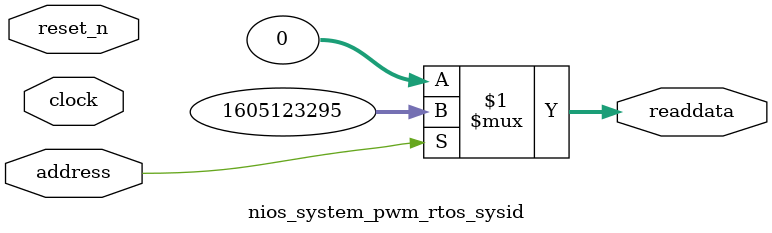
<source format=v>



// synthesis translate_off
`timescale 1ns / 1ps
// synthesis translate_on

// turn off superfluous verilog processor warnings 
// altera message_level Level1 
// altera message_off 10034 10035 10036 10037 10230 10240 10030 

module nios_system_pwm_rtos_sysid (
               // inputs:
                address,
                clock,
                reset_n,

               // outputs:
                readdata
             )
;

  output  [ 31: 0] readdata;
  input            address;
  input            clock;
  input            reset_n;

  wire    [ 31: 0] readdata;
  //control_slave, which is an e_avalon_slave
  assign readdata = address ? 1605123295 : 0;

endmodule



</source>
